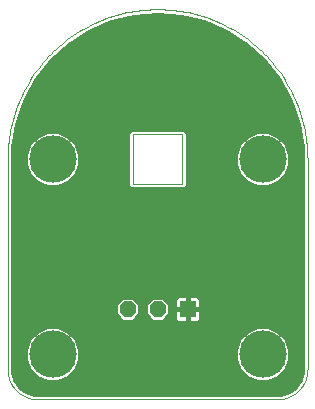
<source format=gbl>
G75*
%MOIN*%
%OFA0B0*%
%FSLAX25Y25*%
%IPPOS*%
%LPD*%
%AMOC8*
5,1,8,0,0,1.08239X$1,22.5*
%
%ADD10OC8,0.05600*%
%ADD11R,0.05600X0.05600*%
%ADD12C,0.00000*%
%ADD13C,0.15811*%
%ADD14C,0.01600*%
D10*
X0046800Y0054006D03*
X0056800Y0054006D03*
D11*
X0066800Y0054006D03*
D12*
X0096800Y0024006D02*
X0016800Y0024006D01*
X0016558Y0024009D01*
X0016317Y0024018D01*
X0016076Y0024032D01*
X0015835Y0024053D01*
X0015595Y0024079D01*
X0015355Y0024111D01*
X0015116Y0024149D01*
X0014879Y0024192D01*
X0014642Y0024242D01*
X0014407Y0024297D01*
X0014173Y0024357D01*
X0013941Y0024424D01*
X0013710Y0024495D01*
X0013481Y0024573D01*
X0013254Y0024656D01*
X0013029Y0024744D01*
X0012806Y0024838D01*
X0012586Y0024937D01*
X0012368Y0025042D01*
X0012153Y0025151D01*
X0011940Y0025266D01*
X0011730Y0025386D01*
X0011524Y0025511D01*
X0011320Y0025641D01*
X0011119Y0025776D01*
X0010922Y0025916D01*
X0010728Y0026060D01*
X0010538Y0026209D01*
X0010352Y0026363D01*
X0010169Y0026521D01*
X0009990Y0026683D01*
X0009815Y0026850D01*
X0009644Y0027021D01*
X0009477Y0027196D01*
X0009315Y0027375D01*
X0009157Y0027558D01*
X0009003Y0027744D01*
X0008854Y0027934D01*
X0008710Y0028128D01*
X0008570Y0028325D01*
X0008435Y0028526D01*
X0008305Y0028730D01*
X0008180Y0028936D01*
X0008060Y0029146D01*
X0007945Y0029359D01*
X0007836Y0029574D01*
X0007731Y0029792D01*
X0007632Y0030012D01*
X0007538Y0030235D01*
X0007450Y0030460D01*
X0007367Y0030687D01*
X0007289Y0030916D01*
X0007218Y0031147D01*
X0007151Y0031379D01*
X0007091Y0031613D01*
X0007036Y0031848D01*
X0006986Y0032085D01*
X0006943Y0032322D01*
X0006905Y0032561D01*
X0006873Y0032801D01*
X0006847Y0033041D01*
X0006826Y0033282D01*
X0006812Y0033523D01*
X0006803Y0033764D01*
X0006800Y0034006D01*
X0006800Y0104006D01*
X0048532Y0095738D02*
X0048532Y0112274D01*
X0065068Y0112274D01*
X0065068Y0095738D01*
X0048532Y0095738D01*
X0006800Y0104006D02*
X0006815Y0105224D01*
X0006859Y0106440D01*
X0006933Y0107656D01*
X0007037Y0108869D01*
X0007170Y0110079D01*
X0007333Y0111286D01*
X0007525Y0112488D01*
X0007746Y0113686D01*
X0007996Y0114878D01*
X0008275Y0116063D01*
X0008583Y0117241D01*
X0008920Y0118411D01*
X0009285Y0119573D01*
X0009678Y0120725D01*
X0010099Y0121868D01*
X0010548Y0122999D01*
X0011024Y0124120D01*
X0011528Y0125229D01*
X0012058Y0126325D01*
X0012615Y0127408D01*
X0013198Y0128477D01*
X0013806Y0129531D01*
X0014441Y0130571D01*
X0015100Y0131594D01*
X0015784Y0132602D01*
X0016493Y0133592D01*
X0017225Y0134565D01*
X0017981Y0135519D01*
X0018760Y0136455D01*
X0019561Y0137372D01*
X0020385Y0138269D01*
X0021230Y0139145D01*
X0022096Y0140001D01*
X0022983Y0140836D01*
X0023890Y0141648D01*
X0024816Y0142438D01*
X0025762Y0143206D01*
X0026725Y0143950D01*
X0027707Y0144670D01*
X0028706Y0145367D01*
X0029721Y0146039D01*
X0030753Y0146686D01*
X0031800Y0147307D01*
X0032862Y0147903D01*
X0033938Y0148473D01*
X0035027Y0149017D01*
X0036130Y0149533D01*
X0037245Y0150023D01*
X0038371Y0150486D01*
X0039508Y0150921D01*
X0040656Y0151328D01*
X0041813Y0151707D01*
X0042979Y0152058D01*
X0044153Y0152380D01*
X0045335Y0152674D01*
X0046524Y0152939D01*
X0047718Y0153174D01*
X0048918Y0153381D01*
X0050123Y0153558D01*
X0051331Y0153706D01*
X0052543Y0153824D01*
X0053758Y0153913D01*
X0054974Y0153973D01*
X0056191Y0154002D01*
X0057409Y0154002D01*
X0058626Y0153973D01*
X0059842Y0153913D01*
X0061057Y0153824D01*
X0062269Y0153706D01*
X0063477Y0153558D01*
X0064682Y0153381D01*
X0065882Y0153174D01*
X0067076Y0152939D01*
X0068265Y0152674D01*
X0069447Y0152380D01*
X0070621Y0152058D01*
X0071787Y0151707D01*
X0072944Y0151328D01*
X0074092Y0150921D01*
X0075229Y0150486D01*
X0076355Y0150023D01*
X0077470Y0149533D01*
X0078573Y0149017D01*
X0079662Y0148473D01*
X0080738Y0147903D01*
X0081800Y0147307D01*
X0082847Y0146686D01*
X0083879Y0146039D01*
X0084894Y0145367D01*
X0085893Y0144670D01*
X0086875Y0143950D01*
X0087838Y0143206D01*
X0088784Y0142438D01*
X0089710Y0141648D01*
X0090617Y0140836D01*
X0091504Y0140001D01*
X0092370Y0139145D01*
X0093215Y0138269D01*
X0094039Y0137372D01*
X0094840Y0136455D01*
X0095619Y0135519D01*
X0096375Y0134565D01*
X0097107Y0133592D01*
X0097816Y0132602D01*
X0098500Y0131594D01*
X0099159Y0130571D01*
X0099794Y0129531D01*
X0100402Y0128477D01*
X0100985Y0127408D01*
X0101542Y0126325D01*
X0102072Y0125229D01*
X0102576Y0124120D01*
X0103052Y0122999D01*
X0103501Y0121868D01*
X0103922Y0120725D01*
X0104315Y0119573D01*
X0104680Y0118411D01*
X0105017Y0117241D01*
X0105325Y0116063D01*
X0105604Y0114878D01*
X0105854Y0113686D01*
X0106075Y0112488D01*
X0106267Y0111286D01*
X0106430Y0110079D01*
X0106563Y0108869D01*
X0106667Y0107656D01*
X0106741Y0106440D01*
X0106785Y0105224D01*
X0106800Y0104006D01*
X0106800Y0034006D01*
X0106797Y0033764D01*
X0106788Y0033523D01*
X0106774Y0033282D01*
X0106753Y0033041D01*
X0106727Y0032801D01*
X0106695Y0032561D01*
X0106657Y0032322D01*
X0106614Y0032085D01*
X0106564Y0031848D01*
X0106509Y0031613D01*
X0106449Y0031379D01*
X0106382Y0031147D01*
X0106311Y0030916D01*
X0106233Y0030687D01*
X0106150Y0030460D01*
X0106062Y0030235D01*
X0105968Y0030012D01*
X0105869Y0029792D01*
X0105764Y0029574D01*
X0105655Y0029359D01*
X0105540Y0029146D01*
X0105420Y0028936D01*
X0105295Y0028730D01*
X0105165Y0028526D01*
X0105030Y0028325D01*
X0104890Y0028128D01*
X0104746Y0027934D01*
X0104597Y0027744D01*
X0104443Y0027558D01*
X0104285Y0027375D01*
X0104123Y0027196D01*
X0103956Y0027021D01*
X0103785Y0026850D01*
X0103610Y0026683D01*
X0103431Y0026521D01*
X0103248Y0026363D01*
X0103062Y0026209D01*
X0102872Y0026060D01*
X0102678Y0025916D01*
X0102481Y0025776D01*
X0102280Y0025641D01*
X0102076Y0025511D01*
X0101870Y0025386D01*
X0101660Y0025266D01*
X0101447Y0025151D01*
X0101232Y0025042D01*
X0101014Y0024937D01*
X0100794Y0024838D01*
X0100571Y0024744D01*
X0100346Y0024656D01*
X0100119Y0024573D01*
X0099890Y0024495D01*
X0099659Y0024424D01*
X0099427Y0024357D01*
X0099193Y0024297D01*
X0098958Y0024242D01*
X0098721Y0024192D01*
X0098484Y0024149D01*
X0098245Y0024111D01*
X0098005Y0024079D01*
X0097765Y0024053D01*
X0097524Y0024032D01*
X0097283Y0024018D01*
X0097042Y0024009D01*
X0096800Y0024006D01*
D13*
X0091800Y0039006D03*
X0091800Y0104006D03*
X0021800Y0104006D03*
X0021800Y0039006D03*
D14*
X0027953Y0031998D02*
X0085647Y0031998D01*
X0086529Y0031117D02*
X0089949Y0029700D01*
X0093651Y0029700D01*
X0097071Y0031117D01*
X0099689Y0033735D01*
X0101105Y0037155D01*
X0101105Y0040857D01*
X0099689Y0044277D01*
X0097071Y0046895D01*
X0093651Y0048311D01*
X0089949Y0048311D01*
X0086529Y0046895D01*
X0083911Y0044277D01*
X0082494Y0040857D01*
X0082494Y0037155D01*
X0083911Y0033735D01*
X0086529Y0031117D01*
X0088260Y0030400D02*
X0025340Y0030400D01*
X0023651Y0029700D02*
X0027071Y0031117D01*
X0029689Y0033735D01*
X0031105Y0037155D01*
X0031105Y0040857D01*
X0029689Y0044277D01*
X0027071Y0046895D01*
X0023651Y0048311D01*
X0019949Y0048311D01*
X0016529Y0046895D01*
X0013911Y0044277D01*
X0012494Y0040857D01*
X0012494Y0037155D01*
X0013911Y0033735D01*
X0016529Y0031117D01*
X0019949Y0029700D01*
X0023651Y0029700D01*
X0018260Y0030400D02*
X0009456Y0030400D01*
X0009494Y0030283D02*
X0008701Y0032723D01*
X0008600Y0034006D01*
X0008600Y0104006D01*
X0008765Y0107986D01*
X0010075Y0115838D01*
X0012660Y0123368D01*
X0016449Y0130369D01*
X0021338Y0136651D01*
X0027195Y0142042D01*
X0033859Y0146397D01*
X0041149Y0149594D01*
X0048867Y0151549D01*
X0056800Y0152206D01*
X0064733Y0151549D01*
X0072451Y0149594D01*
X0079741Y0146397D01*
X0086405Y0142042D01*
X0092262Y0136651D01*
X0097151Y0130369D01*
X0100940Y0123368D01*
X0103525Y0115838D01*
X0104835Y0107986D01*
X0105000Y0104006D01*
X0105000Y0034006D01*
X0104899Y0032723D01*
X0104106Y0030283D01*
X0102598Y0028208D01*
X0100523Y0026700D01*
X0098083Y0025907D01*
X0096800Y0025806D01*
X0016800Y0025806D01*
X0015517Y0025907D01*
X0013077Y0026700D01*
X0011002Y0028208D01*
X0009494Y0030283D01*
X0008936Y0031998D02*
X0015647Y0031998D01*
X0014049Y0033597D02*
X0008632Y0033597D01*
X0008600Y0035195D02*
X0013306Y0035195D01*
X0012644Y0036794D02*
X0008600Y0036794D01*
X0008600Y0038393D02*
X0012494Y0038393D01*
X0012494Y0039991D02*
X0008600Y0039991D01*
X0008600Y0041590D02*
X0012798Y0041590D01*
X0013460Y0043188D02*
X0008600Y0043188D01*
X0008600Y0044787D02*
X0014421Y0044787D01*
X0016019Y0046385D02*
X0008600Y0046385D01*
X0008600Y0047984D02*
X0019158Y0047984D01*
X0024442Y0047984D02*
X0089158Y0047984D01*
X0086019Y0046385D02*
X0027581Y0046385D01*
X0029179Y0044787D02*
X0084421Y0044787D01*
X0083460Y0043188D02*
X0030140Y0043188D01*
X0030802Y0041590D02*
X0082798Y0041590D01*
X0082494Y0039991D02*
X0031105Y0039991D01*
X0031105Y0038393D02*
X0082494Y0038393D01*
X0082644Y0036794D02*
X0030956Y0036794D01*
X0030294Y0035195D02*
X0083306Y0035195D01*
X0084049Y0033597D02*
X0029551Y0033597D01*
X0045060Y0049806D02*
X0042600Y0052266D01*
X0042600Y0055746D01*
X0045060Y0058206D01*
X0048540Y0058206D01*
X0051000Y0055746D01*
X0051000Y0052266D01*
X0048540Y0049806D01*
X0045060Y0049806D01*
X0043686Y0051181D02*
X0008600Y0051181D01*
X0008600Y0052779D02*
X0042600Y0052779D01*
X0042600Y0054378D02*
X0008600Y0054378D01*
X0008600Y0055976D02*
X0042831Y0055976D01*
X0044429Y0057575D02*
X0008600Y0057575D01*
X0008600Y0059173D02*
X0105000Y0059173D01*
X0105000Y0057575D02*
X0071235Y0057575D01*
X0071277Y0057501D02*
X0071040Y0057911D01*
X0070705Y0058246D01*
X0070295Y0058483D01*
X0069837Y0058606D01*
X0066800Y0058606D01*
X0066800Y0054006D01*
X0066800Y0054006D01*
X0066800Y0058606D01*
X0063763Y0058606D01*
X0063305Y0058483D01*
X0062895Y0058246D01*
X0062560Y0057911D01*
X0062323Y0057501D01*
X0062200Y0057043D01*
X0062200Y0054006D01*
X0066800Y0054006D01*
X0071400Y0054006D01*
X0071400Y0057043D01*
X0071277Y0057501D01*
X0071400Y0055976D02*
X0105000Y0055976D01*
X0105000Y0054378D02*
X0071400Y0054378D01*
X0071400Y0054006D02*
X0066800Y0054006D01*
X0066800Y0054006D01*
X0066800Y0054006D01*
X0062200Y0054006D01*
X0062200Y0050969D01*
X0062323Y0050511D01*
X0062560Y0050101D01*
X0062895Y0049766D01*
X0063305Y0049529D01*
X0063763Y0049406D01*
X0066800Y0049406D01*
X0069837Y0049406D01*
X0070295Y0049529D01*
X0070705Y0049766D01*
X0071040Y0050101D01*
X0071277Y0050511D01*
X0071400Y0050969D01*
X0071400Y0054006D01*
X0071400Y0052779D02*
X0105000Y0052779D01*
X0105000Y0051181D02*
X0071400Y0051181D01*
X0070387Y0049582D02*
X0105000Y0049582D01*
X0105000Y0047984D02*
X0094442Y0047984D01*
X0097581Y0046385D02*
X0105000Y0046385D01*
X0105000Y0044787D02*
X0099179Y0044787D01*
X0100140Y0043188D02*
X0105000Y0043188D01*
X0105000Y0041590D02*
X0100802Y0041590D01*
X0101105Y0039991D02*
X0105000Y0039991D01*
X0105000Y0038393D02*
X0101105Y0038393D01*
X0100956Y0036794D02*
X0105000Y0036794D01*
X0105000Y0035195D02*
X0100294Y0035195D01*
X0099551Y0033597D02*
X0104968Y0033597D01*
X0104664Y0031998D02*
X0097953Y0031998D01*
X0095340Y0030400D02*
X0104144Y0030400D01*
X0103030Y0028801D02*
X0010570Y0028801D01*
X0012385Y0027203D02*
X0101215Y0027203D01*
X0105000Y0060772D02*
X0008600Y0060772D01*
X0008600Y0062370D02*
X0105000Y0062370D01*
X0105000Y0063969D02*
X0008600Y0063969D01*
X0008600Y0065567D02*
X0105000Y0065567D01*
X0105000Y0067166D02*
X0008600Y0067166D01*
X0008600Y0068764D02*
X0105000Y0068764D01*
X0105000Y0070363D02*
X0008600Y0070363D01*
X0008600Y0071961D02*
X0105000Y0071961D01*
X0105000Y0073560D02*
X0008600Y0073560D01*
X0008600Y0075158D02*
X0105000Y0075158D01*
X0105000Y0076757D02*
X0008600Y0076757D01*
X0008600Y0078355D02*
X0105000Y0078355D01*
X0105000Y0079954D02*
X0008600Y0079954D01*
X0008600Y0081552D02*
X0105000Y0081552D01*
X0105000Y0083151D02*
X0008600Y0083151D01*
X0008600Y0084749D02*
X0105000Y0084749D01*
X0105000Y0086348D02*
X0008600Y0086348D01*
X0008600Y0087946D02*
X0105000Y0087946D01*
X0105000Y0089545D02*
X0008600Y0089545D01*
X0008600Y0091143D02*
X0105000Y0091143D01*
X0105000Y0092742D02*
X0008600Y0092742D01*
X0008600Y0094340D02*
X0047384Y0094340D01*
X0047787Y0093938D02*
X0046732Y0094993D01*
X0046732Y0113019D01*
X0047787Y0114074D01*
X0064322Y0114074D01*
X0065813Y0114074D01*
X0066868Y0113019D01*
X0066868Y0094993D01*
X0065813Y0093938D01*
X0047787Y0093938D01*
X0046732Y0095939D02*
X0026641Y0095939D01*
X0027071Y0096117D02*
X0029689Y0098735D01*
X0031105Y0102155D01*
X0031105Y0105857D01*
X0029689Y0109277D01*
X0027071Y0111895D01*
X0023651Y0113311D01*
X0019949Y0113311D01*
X0016529Y0111895D01*
X0013911Y0109277D01*
X0012494Y0105857D01*
X0012494Y0102155D01*
X0013911Y0098735D01*
X0016529Y0096117D01*
X0019949Y0094700D01*
X0023651Y0094700D01*
X0027071Y0096117D01*
X0028491Y0097537D02*
X0046732Y0097537D01*
X0046732Y0099136D02*
X0029855Y0099136D01*
X0030517Y0100734D02*
X0046732Y0100734D01*
X0046732Y0102333D02*
X0031105Y0102333D01*
X0031105Y0103931D02*
X0046732Y0103931D01*
X0046732Y0105530D02*
X0031105Y0105530D01*
X0030579Y0107128D02*
X0046732Y0107128D01*
X0046732Y0108727D02*
X0029917Y0108727D01*
X0028640Y0110326D02*
X0046732Y0110326D01*
X0046732Y0111924D02*
X0027000Y0111924D01*
X0016600Y0111924D02*
X0009422Y0111924D01*
X0009688Y0113523D02*
X0047236Y0113523D01*
X0066364Y0113523D02*
X0103912Y0113523D01*
X0103645Y0115121D02*
X0009955Y0115121D01*
X0010377Y0116720D02*
X0103223Y0116720D01*
X0102674Y0118318D02*
X0010926Y0118318D01*
X0011475Y0119917D02*
X0102125Y0119917D01*
X0101576Y0121515D02*
X0012024Y0121515D01*
X0012573Y0123114D02*
X0101027Y0123114D01*
X0100213Y0124712D02*
X0013387Y0124712D01*
X0014252Y0126311D02*
X0099348Y0126311D01*
X0098483Y0127909D02*
X0015117Y0127909D01*
X0015983Y0129508D02*
X0097617Y0129508D01*
X0096578Y0131106D02*
X0017022Y0131106D01*
X0018267Y0132705D02*
X0095333Y0132705D01*
X0094089Y0134303D02*
X0019511Y0134303D01*
X0020755Y0135902D02*
X0092845Y0135902D01*
X0091339Y0137500D02*
X0022261Y0137500D01*
X0023997Y0139099D02*
X0089603Y0139099D01*
X0087866Y0140697D02*
X0025734Y0140697D01*
X0027583Y0142296D02*
X0086017Y0142296D01*
X0086405Y0142042D02*
X0086405Y0142042D01*
X0083571Y0143894D02*
X0030029Y0143894D01*
X0032476Y0145493D02*
X0081124Y0145493D01*
X0078157Y0147091D02*
X0035443Y0147091D01*
X0039087Y0148690D02*
X0074513Y0148690D01*
X0069710Y0150288D02*
X0043890Y0150288D01*
X0052949Y0151887D02*
X0060651Y0151887D01*
X0066868Y0111924D02*
X0086600Y0111924D01*
X0086529Y0111895D02*
X0083911Y0109277D01*
X0082494Y0105857D01*
X0082494Y0102155D01*
X0083911Y0098735D01*
X0086529Y0096117D01*
X0089949Y0094700D01*
X0093651Y0094700D01*
X0097071Y0096117D01*
X0099689Y0098735D01*
X0101105Y0102155D01*
X0101105Y0105857D01*
X0099689Y0109277D01*
X0097071Y0111895D01*
X0093651Y0113311D01*
X0089949Y0113311D01*
X0086529Y0111895D01*
X0084960Y0110326D02*
X0066868Y0110326D01*
X0066868Y0108727D02*
X0083683Y0108727D01*
X0083021Y0107128D02*
X0066868Y0107128D01*
X0066868Y0105530D02*
X0082494Y0105530D01*
X0082494Y0103931D02*
X0066868Y0103931D01*
X0066868Y0102333D02*
X0082494Y0102333D01*
X0083083Y0100734D02*
X0066868Y0100734D01*
X0066868Y0099136D02*
X0083745Y0099136D01*
X0085109Y0097537D02*
X0066868Y0097537D01*
X0066868Y0095939D02*
X0086959Y0095939D01*
X0096641Y0095939D02*
X0105000Y0095939D01*
X0105000Y0097537D02*
X0098491Y0097537D01*
X0099855Y0099136D02*
X0105000Y0099136D01*
X0105000Y0100734D02*
X0100517Y0100734D01*
X0101105Y0102333D02*
X0105000Y0102333D01*
X0105000Y0103931D02*
X0101105Y0103931D01*
X0101105Y0105530D02*
X0104937Y0105530D01*
X0104871Y0107128D02*
X0100579Y0107128D01*
X0099917Y0108727D02*
X0104712Y0108727D01*
X0104445Y0110326D02*
X0098640Y0110326D01*
X0097000Y0111924D02*
X0104178Y0111924D01*
X0105000Y0094340D02*
X0066216Y0094340D01*
X0058540Y0058206D02*
X0055060Y0058206D01*
X0052600Y0055746D01*
X0052600Y0052266D01*
X0055060Y0049806D01*
X0058540Y0049806D01*
X0061000Y0052266D01*
X0061000Y0055746D01*
X0058540Y0058206D01*
X0059171Y0057575D02*
X0062365Y0057575D01*
X0062200Y0055976D02*
X0060769Y0055976D01*
X0061000Y0054378D02*
X0062200Y0054378D01*
X0062200Y0052779D02*
X0061000Y0052779D01*
X0059914Y0051181D02*
X0062200Y0051181D01*
X0063213Y0049582D02*
X0008600Y0049582D01*
X0008600Y0095939D02*
X0016959Y0095939D01*
X0015109Y0097537D02*
X0008600Y0097537D01*
X0008600Y0099136D02*
X0013745Y0099136D01*
X0013083Y0100734D02*
X0008600Y0100734D01*
X0008600Y0102333D02*
X0012494Y0102333D01*
X0012494Y0103931D02*
X0008600Y0103931D01*
X0008663Y0105530D02*
X0012494Y0105530D01*
X0013021Y0107128D02*
X0008729Y0107128D01*
X0008888Y0108727D02*
X0013683Y0108727D01*
X0014960Y0110326D02*
X0009155Y0110326D01*
X0049171Y0057575D02*
X0054429Y0057575D01*
X0052831Y0055976D02*
X0050769Y0055976D01*
X0051000Y0054378D02*
X0052600Y0054378D01*
X0052600Y0052779D02*
X0051000Y0052779D01*
X0049914Y0051181D02*
X0053686Y0051181D01*
X0066800Y0051181D02*
X0066800Y0051181D01*
X0066800Y0052779D02*
X0066800Y0052779D01*
X0066800Y0054006D02*
X0066800Y0049406D01*
X0066800Y0054006D01*
X0066800Y0054006D01*
X0066800Y0054378D02*
X0066800Y0054378D01*
X0066800Y0055976D02*
X0066800Y0055976D01*
X0066800Y0057575D02*
X0066800Y0057575D01*
X0066800Y0049582D02*
X0066800Y0049582D01*
M02*

</source>
